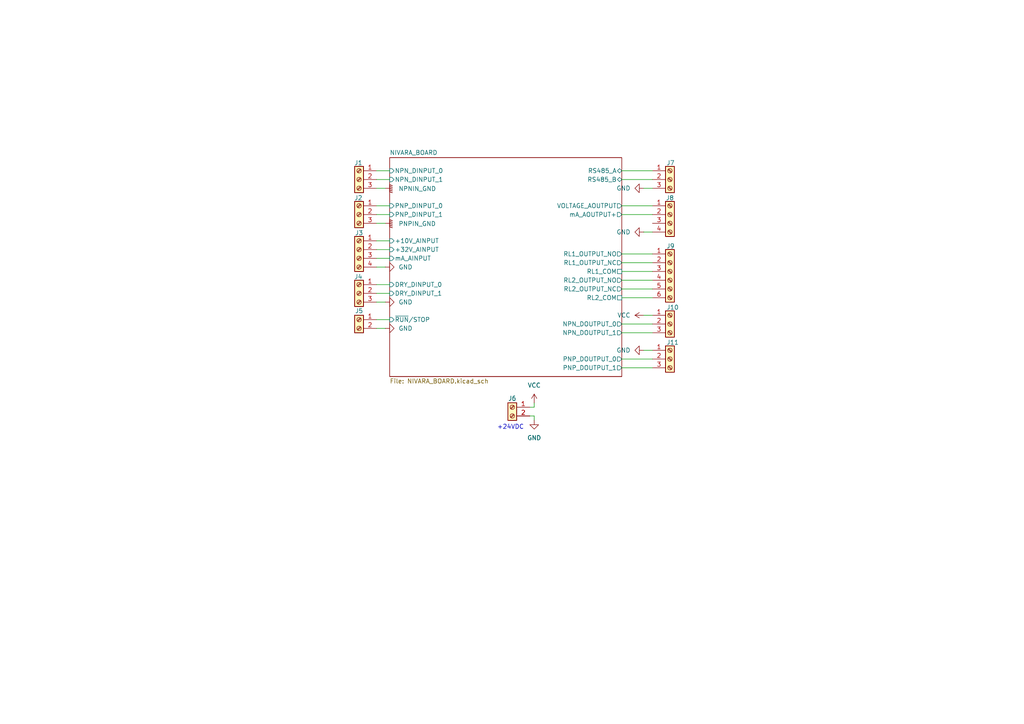
<source format=kicad_sch>
(kicad_sch
	(version 20250114)
	(generator "eeschema")
	(generator_version "9.0")
	(uuid "8290cc18-06d0-4e02-a781-29a61ebc321a")
	(paper "A4")
	(lib_symbols
		(symbol "Connector:Screw_Terminal_01x02"
			(pin_names
				(offset 1.016)
				(hide yes)
			)
			(exclude_from_sim no)
			(in_bom yes)
			(on_board yes)
			(property "Reference" "J"
				(at 0 2.54 0)
				(effects
					(font
						(size 1.27 1.27)
					)
				)
			)
			(property "Value" "Screw_Terminal_01x02"
				(at 0 -5.08 0)
				(effects
					(font
						(size 1.27 1.27)
					)
				)
			)
			(property "Footprint" ""
				(at 0 0 0)
				(effects
					(font
						(size 1.27 1.27)
					)
					(hide yes)
				)
			)
			(property "Datasheet" "~"
				(at 0 0 0)
				(effects
					(font
						(size 1.27 1.27)
					)
					(hide yes)
				)
			)
			(property "Description" "Generic screw terminal, single row, 01x02, script generated (kicad-library-utils/schlib/autogen/connector/)"
				(at 0 0 0)
				(effects
					(font
						(size 1.27 1.27)
					)
					(hide yes)
				)
			)
			(property "ki_keywords" "screw terminal"
				(at 0 0 0)
				(effects
					(font
						(size 1.27 1.27)
					)
					(hide yes)
				)
			)
			(property "ki_fp_filters" "TerminalBlock*:*"
				(at 0 0 0)
				(effects
					(font
						(size 1.27 1.27)
					)
					(hide yes)
				)
			)
			(symbol "Screw_Terminal_01x02_1_1"
				(rectangle
					(start -1.27 1.27)
					(end 1.27 -3.81)
					(stroke
						(width 0.254)
						(type default)
					)
					(fill
						(type background)
					)
				)
				(polyline
					(pts
						(xy -0.5334 0.3302) (xy 0.3302 -0.508)
					)
					(stroke
						(width 0.1524)
						(type default)
					)
					(fill
						(type none)
					)
				)
				(polyline
					(pts
						(xy -0.5334 -2.2098) (xy 0.3302 -3.048)
					)
					(stroke
						(width 0.1524)
						(type default)
					)
					(fill
						(type none)
					)
				)
				(polyline
					(pts
						(xy -0.3556 0.508) (xy 0.508 -0.3302)
					)
					(stroke
						(width 0.1524)
						(type default)
					)
					(fill
						(type none)
					)
				)
				(polyline
					(pts
						(xy -0.3556 -2.032) (xy 0.508 -2.8702)
					)
					(stroke
						(width 0.1524)
						(type default)
					)
					(fill
						(type none)
					)
				)
				(circle
					(center 0 0)
					(radius 0.635)
					(stroke
						(width 0.1524)
						(type default)
					)
					(fill
						(type none)
					)
				)
				(circle
					(center 0 -2.54)
					(radius 0.635)
					(stroke
						(width 0.1524)
						(type default)
					)
					(fill
						(type none)
					)
				)
				(pin passive line
					(at -5.08 0 0)
					(length 3.81)
					(name "Pin_1"
						(effects
							(font
								(size 1.27 1.27)
							)
						)
					)
					(number "1"
						(effects
							(font
								(size 1.27 1.27)
							)
						)
					)
				)
				(pin passive line
					(at -5.08 -2.54 0)
					(length 3.81)
					(name "Pin_2"
						(effects
							(font
								(size 1.27 1.27)
							)
						)
					)
					(number "2"
						(effects
							(font
								(size 1.27 1.27)
							)
						)
					)
				)
			)
			(embedded_fonts no)
		)
		(symbol "Connector:Screw_Terminal_01x03"
			(pin_names
				(offset 1.016)
				(hide yes)
			)
			(exclude_from_sim no)
			(in_bom yes)
			(on_board yes)
			(property "Reference" "J"
				(at 0 5.08 0)
				(effects
					(font
						(size 1.27 1.27)
					)
				)
			)
			(property "Value" "Screw_Terminal_01x03"
				(at 0 -5.08 0)
				(effects
					(font
						(size 1.27 1.27)
					)
				)
			)
			(property "Footprint" ""
				(at 0 0 0)
				(effects
					(font
						(size 1.27 1.27)
					)
					(hide yes)
				)
			)
			(property "Datasheet" "~"
				(at 0 0 0)
				(effects
					(font
						(size 1.27 1.27)
					)
					(hide yes)
				)
			)
			(property "Description" "Generic screw terminal, single row, 01x03, script generated (kicad-library-utils/schlib/autogen/connector/)"
				(at 0 0 0)
				(effects
					(font
						(size 1.27 1.27)
					)
					(hide yes)
				)
			)
			(property "ki_keywords" "screw terminal"
				(at 0 0 0)
				(effects
					(font
						(size 1.27 1.27)
					)
					(hide yes)
				)
			)
			(property "ki_fp_filters" "TerminalBlock*:*"
				(at 0 0 0)
				(effects
					(font
						(size 1.27 1.27)
					)
					(hide yes)
				)
			)
			(symbol "Screw_Terminal_01x03_1_1"
				(rectangle
					(start -1.27 3.81)
					(end 1.27 -3.81)
					(stroke
						(width 0.254)
						(type default)
					)
					(fill
						(type background)
					)
				)
				(polyline
					(pts
						(xy -0.5334 2.8702) (xy 0.3302 2.032)
					)
					(stroke
						(width 0.1524)
						(type default)
					)
					(fill
						(type none)
					)
				)
				(polyline
					(pts
						(xy -0.5334 0.3302) (xy 0.3302 -0.508)
					)
					(stroke
						(width 0.1524)
						(type default)
					)
					(fill
						(type none)
					)
				)
				(polyline
					(pts
						(xy -0.5334 -2.2098) (xy 0.3302 -3.048)
					)
					(stroke
						(width 0.1524)
						(type default)
					)
					(fill
						(type none)
					)
				)
				(polyline
					(pts
						(xy -0.3556 3.048) (xy 0.508 2.2098)
					)
					(stroke
						(width 0.1524)
						(type default)
					)
					(fill
						(type none)
					)
				)
				(polyline
					(pts
						(xy -0.3556 0.508) (xy 0.508 -0.3302)
					)
					(stroke
						(width 0.1524)
						(type default)
					)
					(fill
						(type none)
					)
				)
				(polyline
					(pts
						(xy -0.3556 -2.032) (xy 0.508 -2.8702)
					)
					(stroke
						(width 0.1524)
						(type default)
					)
					(fill
						(type none)
					)
				)
				(circle
					(center 0 2.54)
					(radius 0.635)
					(stroke
						(width 0.1524)
						(type default)
					)
					(fill
						(type none)
					)
				)
				(circle
					(center 0 0)
					(radius 0.635)
					(stroke
						(width 0.1524)
						(type default)
					)
					(fill
						(type none)
					)
				)
				(circle
					(center 0 -2.54)
					(radius 0.635)
					(stroke
						(width 0.1524)
						(type default)
					)
					(fill
						(type none)
					)
				)
				(pin passive line
					(at -5.08 2.54 0)
					(length 3.81)
					(name "Pin_1"
						(effects
							(font
								(size 1.27 1.27)
							)
						)
					)
					(number "1"
						(effects
							(font
								(size 1.27 1.27)
							)
						)
					)
				)
				(pin passive line
					(at -5.08 0 0)
					(length 3.81)
					(name "Pin_2"
						(effects
							(font
								(size 1.27 1.27)
							)
						)
					)
					(number "2"
						(effects
							(font
								(size 1.27 1.27)
							)
						)
					)
				)
				(pin passive line
					(at -5.08 -2.54 0)
					(length 3.81)
					(name "Pin_3"
						(effects
							(font
								(size 1.27 1.27)
							)
						)
					)
					(number "3"
						(effects
							(font
								(size 1.27 1.27)
							)
						)
					)
				)
			)
			(embedded_fonts no)
		)
		(symbol "Connector:Screw_Terminal_01x04"
			(pin_names
				(offset 1.016)
				(hide yes)
			)
			(exclude_from_sim no)
			(in_bom yes)
			(on_board yes)
			(property "Reference" "J"
				(at 0 5.08 0)
				(effects
					(font
						(size 1.27 1.27)
					)
				)
			)
			(property "Value" "Screw_Terminal_01x04"
				(at 0 -7.62 0)
				(effects
					(font
						(size 1.27 1.27)
					)
				)
			)
			(property "Footprint" ""
				(at 0 0 0)
				(effects
					(font
						(size 1.27 1.27)
					)
					(hide yes)
				)
			)
			(property "Datasheet" "~"
				(at 0 0 0)
				(effects
					(font
						(size 1.27 1.27)
					)
					(hide yes)
				)
			)
			(property "Description" "Generic screw terminal, single row, 01x04, script generated (kicad-library-utils/schlib/autogen/connector/)"
				(at 0 0 0)
				(effects
					(font
						(size 1.27 1.27)
					)
					(hide yes)
				)
			)
			(property "ki_keywords" "screw terminal"
				(at 0 0 0)
				(effects
					(font
						(size 1.27 1.27)
					)
					(hide yes)
				)
			)
			(property "ki_fp_filters" "TerminalBlock*:*"
				(at 0 0 0)
				(effects
					(font
						(size 1.27 1.27)
					)
					(hide yes)
				)
			)
			(symbol "Screw_Terminal_01x04_1_1"
				(rectangle
					(start -1.27 3.81)
					(end 1.27 -6.35)
					(stroke
						(width 0.254)
						(type default)
					)
					(fill
						(type background)
					)
				)
				(polyline
					(pts
						(xy -0.5334 2.8702) (xy 0.3302 2.032)
					)
					(stroke
						(width 0.1524)
						(type default)
					)
					(fill
						(type none)
					)
				)
				(polyline
					(pts
						(xy -0.5334 0.3302) (xy 0.3302 -0.508)
					)
					(stroke
						(width 0.1524)
						(type default)
					)
					(fill
						(type none)
					)
				)
				(polyline
					(pts
						(xy -0.5334 -2.2098) (xy 0.3302 -3.048)
					)
					(stroke
						(width 0.1524)
						(type default)
					)
					(fill
						(type none)
					)
				)
				(polyline
					(pts
						(xy -0.5334 -4.7498) (xy 0.3302 -5.588)
					)
					(stroke
						(width 0.1524)
						(type default)
					)
					(fill
						(type none)
					)
				)
				(polyline
					(pts
						(xy -0.3556 3.048) (xy 0.508 2.2098)
					)
					(stroke
						(width 0.1524)
						(type default)
					)
					(fill
						(type none)
					)
				)
				(polyline
					(pts
						(xy -0.3556 0.508) (xy 0.508 -0.3302)
					)
					(stroke
						(width 0.1524)
						(type default)
					)
					(fill
						(type none)
					)
				)
				(polyline
					(pts
						(xy -0.3556 -2.032) (xy 0.508 -2.8702)
					)
					(stroke
						(width 0.1524)
						(type default)
					)
					(fill
						(type none)
					)
				)
				(polyline
					(pts
						(xy -0.3556 -4.572) (xy 0.508 -5.4102)
					)
					(stroke
						(width 0.1524)
						(type default)
					)
					(fill
						(type none)
					)
				)
				(circle
					(center 0 2.54)
					(radius 0.635)
					(stroke
						(width 0.1524)
						(type default)
					)
					(fill
						(type none)
					)
				)
				(circle
					(center 0 0)
					(radius 0.635)
					(stroke
						(width 0.1524)
						(type default)
					)
					(fill
						(type none)
					)
				)
				(circle
					(center 0 -2.54)
					(radius 0.635)
					(stroke
						(width 0.1524)
						(type default)
					)
					(fill
						(type none)
					)
				)
				(circle
					(center 0 -5.08)
					(radius 0.635)
					(stroke
						(width 0.1524)
						(type default)
					)
					(fill
						(type none)
					)
				)
				(pin passive line
					(at -5.08 2.54 0)
					(length 3.81)
					(name "Pin_1"
						(effects
							(font
								(size 1.27 1.27)
							)
						)
					)
					(number "1"
						(effects
							(font
								(size 1.27 1.27)
							)
						)
					)
				)
				(pin passive line
					(at -5.08 0 0)
					(length 3.81)
					(name "Pin_2"
						(effects
							(font
								(size 1.27 1.27)
							)
						)
					)
					(number "2"
						(effects
							(font
								(size 1.27 1.27)
							)
						)
					)
				)
				(pin passive line
					(at -5.08 -2.54 0)
					(length 3.81)
					(name "Pin_3"
						(effects
							(font
								(size 1.27 1.27)
							)
						)
					)
					(number "3"
						(effects
							(font
								(size 1.27 1.27)
							)
						)
					)
				)
				(pin passive line
					(at -5.08 -5.08 0)
					(length 3.81)
					(name "Pin_4"
						(effects
							(font
								(size 1.27 1.27)
							)
						)
					)
					(number "4"
						(effects
							(font
								(size 1.27 1.27)
							)
						)
					)
				)
			)
			(embedded_fonts no)
		)
		(symbol "Connector:Screw_Terminal_01x06"
			(pin_names
				(offset 1.016)
				(hide yes)
			)
			(exclude_from_sim no)
			(in_bom yes)
			(on_board yes)
			(property "Reference" "J"
				(at 0 7.62 0)
				(effects
					(font
						(size 1.27 1.27)
					)
				)
			)
			(property "Value" "Screw_Terminal_01x06"
				(at 0 -10.16 0)
				(effects
					(font
						(size 1.27 1.27)
					)
				)
			)
			(property "Footprint" ""
				(at 0 0 0)
				(effects
					(font
						(size 1.27 1.27)
					)
					(hide yes)
				)
			)
			(property "Datasheet" "~"
				(at 0 0 0)
				(effects
					(font
						(size 1.27 1.27)
					)
					(hide yes)
				)
			)
			(property "Description" "Generic screw terminal, single row, 01x06, script generated (kicad-library-utils/schlib/autogen/connector/)"
				(at 0 0 0)
				(effects
					(font
						(size 1.27 1.27)
					)
					(hide yes)
				)
			)
			(property "ki_keywords" "screw terminal"
				(at 0 0 0)
				(effects
					(font
						(size 1.27 1.27)
					)
					(hide yes)
				)
			)
			(property "ki_fp_filters" "TerminalBlock*:*"
				(at 0 0 0)
				(effects
					(font
						(size 1.27 1.27)
					)
					(hide yes)
				)
			)
			(symbol "Screw_Terminal_01x06_1_1"
				(rectangle
					(start -1.27 6.35)
					(end 1.27 -8.89)
					(stroke
						(width 0.254)
						(type default)
					)
					(fill
						(type background)
					)
				)
				(polyline
					(pts
						(xy -0.5334 5.4102) (xy 0.3302 4.572)
					)
					(stroke
						(width 0.1524)
						(type default)
					)
					(fill
						(type none)
					)
				)
				(polyline
					(pts
						(xy -0.5334 2.8702) (xy 0.3302 2.032)
					)
					(stroke
						(width 0.1524)
						(type default)
					)
					(fill
						(type none)
					)
				)
				(polyline
					(pts
						(xy -0.5334 0.3302) (xy 0.3302 -0.508)
					)
					(stroke
						(width 0.1524)
						(type default)
					)
					(fill
						(type none)
					)
				)
				(polyline
					(pts
						(xy -0.5334 -2.2098) (xy 0.3302 -3.048)
					)
					(stroke
						(width 0.1524)
						(type default)
					)
					(fill
						(type none)
					)
				)
				(polyline
					(pts
						(xy -0.5334 -4.7498) (xy 0.3302 -5.588)
					)
					(stroke
						(width 0.1524)
						(type default)
					)
					(fill
						(type none)
					)
				)
				(polyline
					(pts
						(xy -0.5334 -7.2898) (xy 0.3302 -8.128)
					)
					(stroke
						(width 0.1524)
						(type default)
					)
					(fill
						(type none)
					)
				)
				(polyline
					(pts
						(xy -0.3556 5.588) (xy 0.508 4.7498)
					)
					(stroke
						(width 0.1524)
						(type default)
					)
					(fill
						(type none)
					)
				)
				(polyline
					(pts
						(xy -0.3556 3.048) (xy 0.508 2.2098)
					)
					(stroke
						(width 0.1524)
						(type default)
					)
					(fill
						(type none)
					)
				)
				(polyline
					(pts
						(xy -0.3556 0.508) (xy 0.508 -0.3302)
					)
					(stroke
						(width 0.1524)
						(type default)
					)
					(fill
						(type none)
					)
				)
				(polyline
					(pts
						(xy -0.3556 -2.032) (xy 0.508 -2.8702)
					)
					(stroke
						(width 0.1524)
						(type default)
					)
					(fill
						(type none)
					)
				)
				(polyline
					(pts
						(xy -0.3556 -4.572) (xy 0.508 -5.4102)
					)
					(stroke
						(width 0.1524)
						(type default)
					)
					(fill
						(type none)
					)
				)
				(polyline
					(pts
						(xy -0.3556 -7.112) (xy 0.508 -7.9502)
					)
					(stroke
						(width 0.1524)
						(type default)
					)
					(fill
						(type none)
					)
				)
				(circle
					(center 0 5.08)
					(radius 0.635)
					(stroke
						(width 0.1524)
						(type default)
					)
					(fill
						(type none)
					)
				)
				(circle
					(center 0 2.54)
					(radius 0.635)
					(stroke
						(width 0.1524)
						(type default)
					)
					(fill
						(type none)
					)
				)
				(circle
					(center 0 0)
					(radius 0.635)
					(stroke
						(width 0.1524)
						(type default)
					)
					(fill
						(type none)
					)
				)
				(circle
					(center 0 -2.54)
					(radius 0.635)
					(stroke
						(width 0.1524)
						(type default)
					)
					(fill
						(type none)
					)
				)
				(circle
					(center 0 -5.08)
					(radius 0.635)
					(stroke
						(width 0.1524)
						(type default)
					)
					(fill
						(type none)
					)
				)
				(circle
					(center 0 -7.62)
					(radius 0.635)
					(stroke
						(width 0.1524)
						(type default)
					)
					(fill
						(type none)
					)
				)
				(pin passive line
					(at -5.08 5.08 0)
					(length 3.81)
					(name "Pin_1"
						(effects
							(font
								(size 1.27 1.27)
							)
						)
					)
					(number "1"
						(effects
							(font
								(size 1.27 1.27)
							)
						)
					)
				)
				(pin passive line
					(at -5.08 2.54 0)
					(length 3.81)
					(name "Pin_2"
						(effects
							(font
								(size 1.27 1.27)
							)
						)
					)
					(number "2"
						(effects
							(font
								(size 1.27 1.27)
							)
						)
					)
				)
				(pin passive line
					(at -5.08 0 0)
					(length 3.81)
					(name "Pin_3"
						(effects
							(font
								(size 1.27 1.27)
							)
						)
					)
					(number "3"
						(effects
							(font
								(size 1.27 1.27)
							)
						)
					)
				)
				(pin passive line
					(at -5.08 -2.54 0)
					(length 3.81)
					(name "Pin_4"
						(effects
							(font
								(size 1.27 1.27)
							)
						)
					)
					(number "4"
						(effects
							(font
								(size 1.27 1.27)
							)
						)
					)
				)
				(pin passive line
					(at -5.08 -5.08 0)
					(length 3.81)
					(name "Pin_5"
						(effects
							(font
								(size 1.27 1.27)
							)
						)
					)
					(number "5"
						(effects
							(font
								(size 1.27 1.27)
							)
						)
					)
				)
				(pin passive line
					(at -5.08 -7.62 0)
					(length 3.81)
					(name "Pin_6"
						(effects
							(font
								(size 1.27 1.27)
							)
						)
					)
					(number "6"
						(effects
							(font
								(size 1.27 1.27)
							)
						)
					)
				)
			)
			(embedded_fonts no)
		)
		(symbol "power:GND"
			(power)
			(pin_numbers
				(hide yes)
			)
			(pin_names
				(offset 0)
				(hide yes)
			)
			(exclude_from_sim no)
			(in_bom yes)
			(on_board yes)
			(property "Reference" "#PWR"
				(at 0 -6.35 0)
				(effects
					(font
						(size 1.27 1.27)
					)
					(hide yes)
				)
			)
			(property "Value" "GND"
				(at 0 -3.81 0)
				(effects
					(font
						(size 1.27 1.27)
					)
				)
			)
			(property "Footprint" ""
				(at 0 0 0)
				(effects
					(font
						(size 1.27 1.27)
					)
					(hide yes)
				)
			)
			(property "Datasheet" ""
				(at 0 0 0)
				(effects
					(font
						(size 1.27 1.27)
					)
					(hide yes)
				)
			)
			(property "Description" "Power symbol creates a global label with name \"GND\" , ground"
				(at 0 0 0)
				(effects
					(font
						(size 1.27 1.27)
					)
					(hide yes)
				)
			)
			(property "ki_keywords" "global power"
				(at 0 0 0)
				(effects
					(font
						(size 1.27 1.27)
					)
					(hide yes)
				)
			)
			(symbol "GND_0_1"
				(polyline
					(pts
						(xy 0 0) (xy 0 -1.27) (xy 1.27 -1.27) (xy 0 -2.54) (xy -1.27 -1.27) (xy 0 -1.27)
					)
					(stroke
						(width 0)
						(type default)
					)
					(fill
						(type none)
					)
				)
			)
			(symbol "GND_1_1"
				(pin power_in line
					(at 0 0 270)
					(length 0)
					(name "~"
						(effects
							(font
								(size 1.27 1.27)
							)
						)
					)
					(number "1"
						(effects
							(font
								(size 1.27 1.27)
							)
						)
					)
				)
			)
			(embedded_fonts no)
		)
		(symbol "power:GNDPWR"
			(power)
			(pin_numbers
				(hide yes)
			)
			(pin_names
				(offset 0)
				(hide yes)
			)
			(exclude_from_sim no)
			(in_bom yes)
			(on_board yes)
			(property "Reference" "#PWR"
				(at 0 -5.08 0)
				(effects
					(font
						(size 1.27 1.27)
					)
					(hide yes)
				)
			)
			(property "Value" "GNDPWR"
				(at 0 -3.302 0)
				(effects
					(font
						(size 1.27 1.27)
					)
				)
			)
			(property "Footprint" ""
				(at 0 -1.27 0)
				(effects
					(font
						(size 1.27 1.27)
					)
					(hide yes)
				)
			)
			(property "Datasheet" ""
				(at 0 -1.27 0)
				(effects
					(font
						(size 1.27 1.27)
					)
					(hide yes)
				)
			)
			(property "Description" "Power symbol creates a global label with name \"GNDPWR\" , global ground"
				(at 0 0 0)
				(effects
					(font
						(size 1.27 1.27)
					)
					(hide yes)
				)
			)
			(property "ki_keywords" "global ground"
				(at 0 0 0)
				(effects
					(font
						(size 1.27 1.27)
					)
					(hide yes)
				)
			)
			(symbol "GNDPWR_0_1"
				(polyline
					(pts
						(xy -1.016 -1.27) (xy -1.27 -2.032) (xy -1.27 -2.032)
					)
					(stroke
						(width 0.2032)
						(type default)
					)
					(fill
						(type none)
					)
				)
				(polyline
					(pts
						(xy -0.508 -1.27) (xy -0.762 -2.032) (xy -0.762 -2.032)
					)
					(stroke
						(width 0.2032)
						(type default)
					)
					(fill
						(type none)
					)
				)
				(polyline
					(pts
						(xy 0 -1.27) (xy 0 0)
					)
					(stroke
						(width 0)
						(type default)
					)
					(fill
						(type none)
					)
				)
				(polyline
					(pts
						(xy 0 -1.27) (xy -0.254 -2.032) (xy -0.254 -2.032)
					)
					(stroke
						(width 0.2032)
						(type default)
					)
					(fill
						(type none)
					)
				)
				(polyline
					(pts
						(xy 0.508 -1.27) (xy 0.254 -2.032) (xy 0.254 -2.032)
					)
					(stroke
						(width 0.2032)
						(type default)
					)
					(fill
						(type none)
					)
				)
				(polyline
					(pts
						(xy 1.016 -1.27) (xy -1.016 -1.27) (xy -1.016 -1.27)
					)
					(stroke
						(width 0.2032)
						(type default)
					)
					(fill
						(type none)
					)
				)
				(polyline
					(pts
						(xy 1.016 -1.27) (xy 0.762 -2.032) (xy 0.762 -2.032) (xy 0.762 -2.032)
					)
					(stroke
						(width 0.2032)
						(type default)
					)
					(fill
						(type none)
					)
				)
			)
			(symbol "GNDPWR_1_1"
				(pin power_in line
					(at 0 0 270)
					(length 0)
					(name "~"
						(effects
							(font
								(size 1.27 1.27)
							)
						)
					)
					(number "1"
						(effects
							(font
								(size 1.27 1.27)
							)
						)
					)
				)
			)
			(embedded_fonts no)
		)
		(symbol "power:VCC"
			(power)
			(pin_numbers
				(hide yes)
			)
			(pin_names
				(offset 0)
				(hide yes)
			)
			(exclude_from_sim no)
			(in_bom yes)
			(on_board yes)
			(property "Reference" "#PWR"
				(at 0 -3.81 0)
				(effects
					(font
						(size 1.27 1.27)
					)
					(hide yes)
				)
			)
			(property "Value" "VCC"
				(at 0 3.556 0)
				(effects
					(font
						(size 1.27 1.27)
					)
				)
			)
			(property "Footprint" ""
				(at 0 0 0)
				(effects
					(font
						(size 1.27 1.27)
					)
					(hide yes)
				)
			)
			(property "Datasheet" ""
				(at 0 0 0)
				(effects
					(font
						(size 1.27 1.27)
					)
					(hide yes)
				)
			)
			(property "Description" "Power symbol creates a global label with name \"VCC\""
				(at 0 0 0)
				(effects
					(font
						(size 1.27 1.27)
					)
					(hide yes)
				)
			)
			(property "ki_keywords" "global power"
				(at 0 0 0)
				(effects
					(font
						(size 1.27 1.27)
					)
					(hide yes)
				)
			)
			(symbol "VCC_0_1"
				(polyline
					(pts
						(xy -0.762 1.27) (xy 0 2.54)
					)
					(stroke
						(width 0)
						(type default)
					)
					(fill
						(type none)
					)
				)
				(polyline
					(pts
						(xy 0 2.54) (xy 0.762 1.27)
					)
					(stroke
						(width 0)
						(type default)
					)
					(fill
						(type none)
					)
				)
				(polyline
					(pts
						(xy 0 0) (xy 0 2.54)
					)
					(stroke
						(width 0)
						(type default)
					)
					(fill
						(type none)
					)
				)
			)
			(symbol "VCC_1_1"
				(pin power_in line
					(at 0 0 90)
					(length 0)
					(name "~"
						(effects
							(font
								(size 1.27 1.27)
							)
						)
					)
					(number "1"
						(effects
							(font
								(size 1.27 1.27)
							)
						)
					)
				)
			)
			(embedded_fonts no)
		)
	)
	(text "+24VDC\n"
		(exclude_from_sim no)
		(at 148.082 123.952 0)
		(effects
			(font
				(size 1.27 1.27)
			)
		)
		(uuid "5ebdd9fd-fc22-42c0-92ad-a52acfde492d")
	)
	(wire
		(pts
			(xy 109.22 54.61) (xy 111.76 54.61)
		)
		(stroke
			(width 0)
			(type default)
		)
		(uuid "10910ba0-47b9-4604-b87a-e9569d25ce8d")
	)
	(wire
		(pts
			(xy 109.22 64.77) (xy 111.76 64.77)
		)
		(stroke
			(width 0)
			(type default)
		)
		(uuid "1868de76-c9b1-4eb9-94bc-89e56b0027a5")
	)
	(wire
		(pts
			(xy 180.34 93.98) (xy 189.23 93.98)
		)
		(stroke
			(width 0)
			(type default)
		)
		(uuid "2175c94b-5098-4ba7-bf16-aefdc2dd210c")
	)
	(wire
		(pts
			(xy 180.34 73.66) (xy 189.23 73.66)
		)
		(stroke
			(width 0)
			(type default)
		)
		(uuid "295f0da3-06cc-479d-b848-0da8b6db71b9")
	)
	(wire
		(pts
			(xy 180.34 104.14) (xy 189.23 104.14)
		)
		(stroke
			(width 0)
			(type default)
		)
		(uuid "30a607a1-92fd-4a29-969a-16e621b414d6")
	)
	(wire
		(pts
			(xy 109.22 62.23) (xy 113.03 62.23)
		)
		(stroke
			(width 0)
			(type default)
		)
		(uuid "39fa4e1c-ff66-44c9-bc81-d2785d072871")
	)
	(wire
		(pts
			(xy 109.22 72.39) (xy 113.03 72.39)
		)
		(stroke
			(width 0)
			(type default)
		)
		(uuid "3ad9b961-6d07-4650-a2e1-1462b5199d27")
	)
	(wire
		(pts
			(xy 186.69 91.44) (xy 189.23 91.44)
		)
		(stroke
			(width 0)
			(type default)
		)
		(uuid "3c9d1e47-ad0a-4f26-a02c-36d6f1e0749f")
	)
	(wire
		(pts
			(xy 180.34 81.28) (xy 189.23 81.28)
		)
		(stroke
			(width 0)
			(type default)
		)
		(uuid "47188c51-19da-42c7-b6f7-f7df4cd16f1b")
	)
	(wire
		(pts
			(xy 109.22 52.07) (xy 113.03 52.07)
		)
		(stroke
			(width 0)
			(type default)
		)
		(uuid "63967b44-d0e6-4985-84ff-7c6f89b42429")
	)
	(wire
		(pts
			(xy 180.34 62.23) (xy 189.23 62.23)
		)
		(stroke
			(width 0)
			(type default)
		)
		(uuid "68c9f81d-c3ab-4dd7-90ea-47b7c15b8669")
	)
	(wire
		(pts
			(xy 180.34 49.53) (xy 189.23 49.53)
		)
		(stroke
			(width 0)
			(type default)
		)
		(uuid "748303d1-8168-4d22-8e94-637e8ef85735")
	)
	(wire
		(pts
			(xy 180.34 86.36) (xy 189.23 86.36)
		)
		(stroke
			(width 0)
			(type default)
		)
		(uuid "7944358a-f625-48f3-bd09-ea3de6d6da2a")
	)
	(wire
		(pts
			(xy 186.69 101.6) (xy 189.23 101.6)
		)
		(stroke
			(width 0)
			(type default)
		)
		(uuid "80952afb-54a6-4c5a-b8b8-6f5b7f6645cd")
	)
	(wire
		(pts
			(xy 109.22 85.09) (xy 113.03 85.09)
		)
		(stroke
			(width 0)
			(type default)
		)
		(uuid "817a1ad0-4508-4589-a408-de73394a67e3")
	)
	(wire
		(pts
			(xy 109.22 69.85) (xy 113.03 69.85)
		)
		(stroke
			(width 0)
			(type default)
		)
		(uuid "867b1b4f-70e0-45be-8214-081b011da3ae")
	)
	(wire
		(pts
			(xy 186.69 54.61) (xy 189.23 54.61)
		)
		(stroke
			(width 0)
			(type default)
		)
		(uuid "8b14870a-49a5-4569-b018-ff054bf80c66")
	)
	(wire
		(pts
			(xy 109.22 74.93) (xy 113.03 74.93)
		)
		(stroke
			(width 0)
			(type default)
		)
		(uuid "914a522a-5601-4d28-9250-b07df7a5ba1b")
	)
	(wire
		(pts
			(xy 109.22 59.69) (xy 113.03 59.69)
		)
		(stroke
			(width 0)
			(type default)
		)
		(uuid "971957dd-727a-461b-bb92-f7fc2ac3e490")
	)
	(wire
		(pts
			(xy 180.34 76.2) (xy 189.23 76.2)
		)
		(stroke
			(width 0)
			(type default)
		)
		(uuid "9ab9f7c9-9231-42e3-aba0-9ab6c8c9fb04")
	)
	(wire
		(pts
			(xy 154.94 118.11) (xy 154.94 116.84)
		)
		(stroke
			(width 0)
			(type default)
		)
		(uuid "9e6e3a47-64f1-45d8-9563-79890ec494af")
	)
	(wire
		(pts
			(xy 109.22 95.25) (xy 111.76 95.25)
		)
		(stroke
			(width 0)
			(type default)
		)
		(uuid "ac6626c6-b388-4b59-8744-0f078568f3eb")
	)
	(wire
		(pts
			(xy 109.22 87.63) (xy 111.76 87.63)
		)
		(stroke
			(width 0)
			(type default)
		)
		(uuid "af22f126-c9b5-4ae7-a53d-86e1e1af825f")
	)
	(wire
		(pts
			(xy 153.67 118.11) (xy 154.94 118.11)
		)
		(stroke
			(width 0)
			(type default)
		)
		(uuid "af3e0336-8565-4793-aea7-3e95a52aa0b5")
	)
	(wire
		(pts
			(xy 180.34 59.69) (xy 189.23 59.69)
		)
		(stroke
			(width 0)
			(type default)
		)
		(uuid "b0d2d129-2864-485a-8f34-c77b07934a0f")
	)
	(wire
		(pts
			(xy 180.34 52.07) (xy 189.23 52.07)
		)
		(stroke
			(width 0)
			(type default)
		)
		(uuid "d3104bdc-6eac-4776-8d03-c5dd3e7f47d6")
	)
	(wire
		(pts
			(xy 180.34 78.74) (xy 189.23 78.74)
		)
		(stroke
			(width 0)
			(type default)
		)
		(uuid "dab8a0d6-4987-4aa5-bbea-e4bba3dfd1ac")
	)
	(wire
		(pts
			(xy 109.22 82.55) (xy 113.03 82.55)
		)
		(stroke
			(width 0)
			(type default)
		)
		(uuid "e09d4447-189c-4908-b0c5-f53f97bc4b3d")
	)
	(wire
		(pts
			(xy 186.69 67.31) (xy 189.23 67.31)
		)
		(stroke
			(width 0)
			(type default)
		)
		(uuid "e2eebae6-d333-40e6-88f8-2ae6c5492b30")
	)
	(wire
		(pts
			(xy 180.34 83.82) (xy 189.23 83.82)
		)
		(stroke
			(width 0)
			(type default)
		)
		(uuid "e3b24c87-4175-4191-8746-68ec0edbec4a")
	)
	(wire
		(pts
			(xy 153.67 120.65) (xy 154.94 120.65)
		)
		(stroke
			(width 0)
			(type default)
		)
		(uuid "e4838255-4d05-49f1-a59b-5358019ec3ea")
	)
	(wire
		(pts
			(xy 109.22 92.71) (xy 113.03 92.71)
		)
		(stroke
			(width 0)
			(type default)
		)
		(uuid "e7c454e1-6cb5-4920-a00d-466c69723cfe")
	)
	(wire
		(pts
			(xy 109.22 77.47) (xy 111.76 77.47)
		)
		(stroke
			(width 0)
			(type default)
		)
		(uuid "ec0e7fb0-aa8f-4a0d-ab8e-bee509cbb9e7")
	)
	(wire
		(pts
			(xy 180.34 96.52) (xy 189.23 96.52)
		)
		(stroke
			(width 0)
			(type default)
		)
		(uuid "ec700187-3bb2-4ad0-bf11-09c78615ae37")
	)
	(wire
		(pts
			(xy 154.94 120.65) (xy 154.94 121.92)
		)
		(stroke
			(width 0)
			(type default)
		)
		(uuid "f38181ec-ed3a-4dca-b128-5d4cae0e9e8c")
	)
	(wire
		(pts
			(xy 180.34 106.68) (xy 189.23 106.68)
		)
		(stroke
			(width 0)
			(type default)
		)
		(uuid "f3eb829c-9bc3-4fb2-b4b1-1ac9d66880da")
	)
	(wire
		(pts
			(xy 109.22 49.53) (xy 113.03 49.53)
		)
		(stroke
			(width 0)
			(type default)
		)
		(uuid "fb6c3526-2b47-494b-aa34-ddc2d69f4855")
	)
	(symbol
		(lib_id "power:VCC")
		(at 154.94 116.84 0)
		(unit 1)
		(exclude_from_sim no)
		(in_bom yes)
		(on_board yes)
		(dnp no)
		(fields_autoplaced yes)
		(uuid "1e53e5bd-56a3-4d24-97fb-11a08909ca79")
		(property "Reference" "#PWR06"
			(at 154.94 120.65 0)
			(effects
				(font
					(size 1.27 1.27)
				)
				(hide yes)
			)
		)
		(property "Value" "VCC"
			(at 154.94 111.76 0)
			(effects
				(font
					(size 1.27 1.27)
				)
			)
		)
		(property "Footprint" ""
			(at 154.94 116.84 0)
			(effects
				(font
					(size 1.27 1.27)
				)
				(hide yes)
			)
		)
		(property "Datasheet" ""
			(at 154.94 116.84 0)
			(effects
				(font
					(size 1.27 1.27)
				)
				(hide yes)
			)
		)
		(property "Description" "Power symbol creates a global label with name \"VCC\""
			(at 154.94 116.84 0)
			(effects
				(font
					(size 1.27 1.27)
				)
				(hide yes)
			)
		)
		(pin "1"
			(uuid "e4492db2-ae95-46b0-9932-e9d8917c94cb")
		)
		(instances
			(project ""
				(path "/8290cc18-06d0-4e02-a781-29a61ebc321a"
					(reference "#PWR06")
					(unit 1)
				)
			)
		)
	)
	(symbol
		(lib_id "power:GND")
		(at 186.69 67.31 270)
		(unit 1)
		(exclude_from_sim no)
		(in_bom yes)
		(on_board yes)
		(dnp no)
		(fields_autoplaced yes)
		(uuid "2456bf3a-0e0b-4bcd-b197-696d38d5f7d6")
		(property "Reference" "#PWR09"
			(at 180.34 67.31 0)
			(effects
				(font
					(size 1.27 1.27)
				)
				(hide yes)
			)
		)
		(property "Value" "GND"
			(at 182.88 67.3099 90)
			(effects
				(font
					(size 1.27 1.27)
				)
				(justify right)
			)
		)
		(property "Footprint" ""
			(at 186.69 67.31 0)
			(effects
				(font
					(size 1.27 1.27)
				)
				(hide yes)
			)
		)
		(property "Datasheet" ""
			(at 186.69 67.31 0)
			(effects
				(font
					(size 1.27 1.27)
				)
				(hide yes)
			)
		)
		(property "Description" "Power symbol creates a global label with name \"GND\" , ground"
			(at 186.69 67.31 0)
			(effects
				(font
					(size 1.27 1.27)
				)
				(hide yes)
			)
		)
		(pin "1"
			(uuid "c31accbf-8a00-4fd2-a8ae-899e4e6d4770")
		)
		(instances
			(project "NIVARA"
				(path "/8290cc18-06d0-4e02-a781-29a61ebc321a"
					(reference "#PWR09")
					(unit 1)
				)
			)
		)
	)
	(symbol
		(lib_id "power:GND")
		(at 111.76 87.63 90)
		(unit 1)
		(exclude_from_sim no)
		(in_bom yes)
		(on_board yes)
		(dnp no)
		(fields_autoplaced yes)
		(uuid "49ae1290-d441-4781-812e-02c9d55b12d3")
		(property "Reference" "#PWR04"
			(at 118.11 87.63 0)
			(effects
				(font
					(size 1.27 1.27)
				)
				(hide yes)
			)
		)
		(property "Value" "GND"
			(at 115.57 87.6299 90)
			(effects
				(font
					(size 1.27 1.27)
				)
				(justify right)
			)
		)
		(property "Footprint" ""
			(at 111.76 87.63 0)
			(effects
				(font
					(size 1.27 1.27)
				)
				(hide yes)
			)
		)
		(property "Datasheet" ""
			(at 111.76 87.63 0)
			(effects
				(font
					(size 1.27 1.27)
				)
				(hide yes)
			)
		)
		(property "Description" "Power symbol creates a global label with name \"GND\" , ground"
			(at 111.76 87.63 0)
			(effects
				(font
					(size 1.27 1.27)
				)
				(hide yes)
			)
		)
		(pin "1"
			(uuid "44ff0d0e-f6bd-4ef7-b29b-af445c521b07")
		)
		(instances
			(project "NIVARA"
				(path "/8290cc18-06d0-4e02-a781-29a61ebc321a"
					(reference "#PWR04")
					(unit 1)
				)
			)
		)
	)
	(symbol
		(lib_id "Connector:Screw_Terminal_01x04")
		(at 194.31 62.23 0)
		(unit 1)
		(exclude_from_sim no)
		(in_bom yes)
		(on_board yes)
		(dnp no)
		(uuid "4e39cab3-8e45-42b5-b750-0fd659452d2a")
		(property "Reference" "J8"
			(at 194.31 57.404 0)
			(effects
				(font
					(size 1.27 1.27)
				)
			)
		)
		(property "Value" "Screw_Terminal_01x04"
			(at 194.31 55.88 0)
			(effects
				(font
					(size 1.27 1.27)
				)
				(hide yes)
			)
		)
		(property "Footprint" "TerminalBlock_Phoenix:TerminalBlock_Phoenix_MKDS-1,5-4_1x04_P5.00mm_Horizontal"
			(at 194.31 62.23 0)
			(effects
				(font
					(size 1.27 1.27)
				)
				(hide yes)
			)
		)
		(property "Datasheet" "~"
			(at 194.31 62.23 0)
			(effects
				(font
					(size 1.27 1.27)
				)
				(hide yes)
			)
		)
		(property "Description" "Generic screw terminal, single row, 01x04, script generated (kicad-library-utils/schlib/autogen/connector/)"
			(at 194.31 62.23 0)
			(effects
				(font
					(size 1.27 1.27)
				)
				(hide yes)
			)
		)
		(pin "4"
			(uuid "2a2be40e-bb11-4948-b366-2e9badc28bb9")
		)
		(pin "2"
			(uuid "073ed034-b70e-4cfd-b579-3a7d8819799a")
		)
		(pin "1"
			(uuid "d5c2a25d-7a51-4a2d-8c6b-cc8c18aacfee")
		)
		(pin "3"
			(uuid "c7d1a22e-dbdd-4312-aad1-d7b7d49daf86")
		)
		(instances
			(project "NIVARA"
				(path "/8290cc18-06d0-4e02-a781-29a61ebc321a"
					(reference "J8")
					(unit 1)
				)
			)
		)
	)
	(symbol
		(lib_id "Connector:Screw_Terminal_01x03")
		(at 194.31 104.14 0)
		(unit 1)
		(exclude_from_sim no)
		(in_bom yes)
		(on_board yes)
		(dnp no)
		(uuid "4f1df735-16c2-424b-bdb9-4260a852edf2")
		(property "Reference" "J11"
			(at 193.294 99.314 0)
			(effects
				(font
					(size 1.27 1.27)
				)
				(justify left)
			)
		)
		(property "Value" "Screw_Terminal_01x03"
			(at 196.85 105.4099 0)
			(effects
				(font
					(size 1.27 1.27)
				)
				(justify left)
				(hide yes)
			)
		)
		(property "Footprint" "TerminalBlock_Phoenix:TerminalBlock_Phoenix_MKDS-1,5-3_1x03_P5.00mm_Horizontal"
			(at 194.31 104.14 0)
			(effects
				(font
					(size 1.27 1.27)
				)
				(hide yes)
			)
		)
		(property "Datasheet" "~"
			(at 194.31 104.14 0)
			(effects
				(font
					(size 1.27 1.27)
				)
				(hide yes)
			)
		)
		(property "Description" "Generic screw terminal, single row, 01x03, script generated (kicad-library-utils/schlib/autogen/connector/)"
			(at 194.31 104.14 0)
			(effects
				(font
					(size 1.27 1.27)
				)
				(hide yes)
			)
		)
		(pin "2"
			(uuid "1b3151c7-6613-4e12-8894-e823c17cb151")
		)
		(pin "1"
			(uuid "38a2b586-78cb-45f1-90f4-6f0446d5a9cf")
		)
		(pin "3"
			(uuid "d73bb8d4-1ec9-4d68-812d-ec00a9aa0a7c")
		)
		(instances
			(project "NIVARA"
				(path "/8290cc18-06d0-4e02-a781-29a61ebc321a"
					(reference "J11")
					(unit 1)
				)
			)
		)
	)
	(symbol
		(lib_id "Connector:Screw_Terminal_01x06")
		(at 194.31 78.74 0)
		(unit 1)
		(exclude_from_sim no)
		(in_bom yes)
		(on_board yes)
		(dnp no)
		(uuid "52b6dd90-d391-43df-a165-f2203c7f7801")
		(property "Reference" "J9"
			(at 193.294 71.374 0)
			(effects
				(font
					(size 1.27 1.27)
				)
				(justify left)
			)
		)
		(property "Value" "Screw_Terminal_01x06"
			(at 196.85 81.2799 0)
			(effects
				(font
					(size 1.27 1.27)
				)
				(justify left)
				(hide yes)
			)
		)
		(property "Footprint" "TerminalBlock_Phoenix:TerminalBlock_Phoenix_MKDS-1,5-6_1x06_P5.00mm_Horizontal"
			(at 194.31 78.74 0)
			(effects
				(font
					(size 1.27 1.27)
				)
				(hide yes)
			)
		)
		(property "Datasheet" "~"
			(at 194.31 78.74 0)
			(effects
				(font
					(size 1.27 1.27)
				)
				(hide yes)
			)
		)
		(property "Description" "Generic screw terminal, single row, 01x06, script generated (kicad-library-utils/schlib/autogen/connector/)"
			(at 194.31 78.74 0)
			(effects
				(font
					(size 1.27 1.27)
				)
				(hide yes)
			)
		)
		(pin "5"
			(uuid "1610c29f-c5ef-446e-85af-e0a0110a3881")
		)
		(pin "6"
			(uuid "f9491002-2900-4319-8b17-125a5c769f98")
		)
		(pin "1"
			(uuid "1055ab09-5992-4b65-8079-5b757e02639e")
		)
		(pin "2"
			(uuid "30997bb1-9735-4a58-92e4-5e62928263e3")
		)
		(pin "3"
			(uuid "bdf546da-f5b4-4352-8375-23c39e1d3af4")
		)
		(pin "4"
			(uuid "44ef8b34-0711-481f-b6c7-2732a3aa797b")
		)
		(instances
			(project ""
				(path "/8290cc18-06d0-4e02-a781-29a61ebc321a"
					(reference "J9")
					(unit 1)
				)
			)
		)
	)
	(symbol
		(lib_id "Connector:Screw_Terminal_01x02")
		(at 104.14 92.71 0)
		(mirror y)
		(unit 1)
		(exclude_from_sim no)
		(in_bom yes)
		(on_board yes)
		(dnp no)
		(uuid "574ebf57-d562-4a3b-af00-ed4227ad6dfc")
		(property "Reference" "J5"
			(at 104.14 90.17 0)
			(effects
				(font
					(size 1.27 1.27)
				)
			)
		)
		(property "Value" "Screw_Terminal_01x02"
			(at 104.14 88.9 0)
			(effects
				(font
					(size 1.27 1.27)
				)
				(hide yes)
			)
		)
		(property "Footprint" "TerminalBlock_Phoenix:TerminalBlock_Phoenix_MKDS-1,5-2_1x02_P5.00mm_Horizontal"
			(at 104.14 92.71 0)
			(effects
				(font
					(size 1.27 1.27)
				)
				(hide yes)
			)
		)
		(property "Datasheet" "~"
			(at 104.14 92.71 0)
			(effects
				(font
					(size 1.27 1.27)
				)
				(hide yes)
			)
		)
		(property "Description" "Generic screw terminal, single row, 01x02, script generated (kicad-library-utils/schlib/autogen/connector/)"
			(at 104.14 92.71 0)
			(effects
				(font
					(size 1.27 1.27)
				)
				(hide yes)
			)
		)
		(pin "2"
			(uuid "1e4b2b9f-4a85-450e-9778-3bc3bc4cce59")
		)
		(pin "1"
			(uuid "bb4db1d6-7125-4dc1-9f05-210efcd73553")
		)
		(instances
			(project "NIVARA"
				(path "/8290cc18-06d0-4e02-a781-29a61ebc321a"
					(reference "J5")
					(unit 1)
				)
			)
		)
	)
	(symbol
		(lib_id "power:GNDPWR")
		(at 111.76 54.61 90)
		(unit 1)
		(exclude_from_sim no)
		(in_bom yes)
		(on_board yes)
		(dnp no)
		(fields_autoplaced yes)
		(uuid "7a7bd987-3f00-4f14-b0ef-9d9c2540debb")
		(property "Reference" "#PWR01"
			(at 116.84 54.61 0)
			(effects
				(font
					(size 1.27 1.27)
				)
				(hide yes)
			)
		)
		(property "Value" "NPNIN_GND"
			(at 115.57 54.7369 90)
			(effects
				(font
					(size 1.27 1.27)
				)
				(justify right)
			)
		)
		(property "Footprint" ""
			(at 113.03 54.61 0)
			(effects
				(font
					(size 1.27 1.27)
				)
				(hide yes)
			)
		)
		(property "Datasheet" ""
			(at 113.03 54.61 0)
			(effects
				(font
					(size 1.27 1.27)
				)
				(hide yes)
			)
		)
		(property "Description" "Power symbol creates a global label with name \"GNDPWR\" , global ground"
			(at 111.76 54.61 0)
			(effects
				(font
					(size 1.27 1.27)
				)
				(hide yes)
			)
		)
		(pin "1"
			(uuid "f75087d8-369f-44ad-82ad-cb55707fd981")
		)
		(instances
			(project ""
				(path "/8290cc18-06d0-4e02-a781-29a61ebc321a"
					(reference "#PWR01")
					(unit 1)
				)
			)
		)
	)
	(symbol
		(lib_id "Connector:Screw_Terminal_01x03")
		(at 104.14 52.07 0)
		(mirror y)
		(unit 1)
		(exclude_from_sim no)
		(in_bom yes)
		(on_board yes)
		(dnp no)
		(uuid "86a3f6d5-3cfd-4fb7-b5cf-54dc0e44c537")
		(property "Reference" "J1"
			(at 105.156 47.244 0)
			(effects
				(font
					(size 1.27 1.27)
				)
				(justify left)
			)
		)
		(property "Value" "Screw_Terminal_01x03"
			(at 101.6 53.3399 0)
			(effects
				(font
					(size 1.27 1.27)
				)
				(justify left)
				(hide yes)
			)
		)
		(property "Footprint" "TerminalBlock_Phoenix:TerminalBlock_Phoenix_MKDS-1,5-3_1x03_P5.00mm_Horizontal"
			(at 104.14 52.07 0)
			(effects
				(font
					(size 1.27 1.27)
				)
				(hide yes)
			)
		)
		(property "Datasheet" "~"
			(at 104.14 52.07 0)
			(effects
				(font
					(size 1.27 1.27)
				)
				(hide yes)
			)
		)
		(property "Description" "Generic screw terminal, single row, 01x03, script generated (kicad-library-utils/schlib/autogen/connector/)"
			(at 104.14 52.07 0)
			(effects
				(font
					(size 1.27 1.27)
				)
				(hide yes)
			)
		)
		(pin "2"
			(uuid "0a0922c6-1017-423b-8ce3-cf278e833dd8")
		)
		(pin "1"
			(uuid "aed62517-30fa-45d2-b773-945225aae54f")
		)
		(pin "3"
			(uuid "49d10e5d-e2ad-422f-a13e-3f56d4adf2c5")
		)
		(instances
			(project "NIVARA"
				(path "/8290cc18-06d0-4e02-a781-29a61ebc321a"
					(reference "J1")
					(unit 1)
				)
			)
		)
	)
	(symbol
		(lib_id "power:GND")
		(at 111.76 95.25 90)
		(unit 1)
		(exclude_from_sim no)
		(in_bom yes)
		(on_board yes)
		(dnp no)
		(fields_autoplaced yes)
		(uuid "972653f8-a29d-42fd-8daa-0161d6fa6dd7")
		(property "Reference" "#PWR05"
			(at 118.11 95.25 0)
			(effects
				(font
					(size 1.27 1.27)
				)
				(hide yes)
			)
		)
		(property "Value" "GND"
			(at 115.57 95.2499 90)
			(effects
				(font
					(size 1.27 1.27)
				)
				(justify right)
			)
		)
		(property "Footprint" ""
			(at 111.76 95.25 0)
			(effects
				(font
					(size 1.27 1.27)
				)
				(hide yes)
			)
		)
		(property "Datasheet" ""
			(at 111.76 95.25 0)
			(effects
				(font
					(size 1.27 1.27)
				)
				(hide yes)
			)
		)
		(property "Description" "Power symbol creates a global label with name \"GND\" , ground"
			(at 111.76 95.25 0)
			(effects
				(font
					(size 1.27 1.27)
				)
				(hide yes)
			)
		)
		(pin "1"
			(uuid "0255c137-c8d9-4ebd-8eac-fb45b49263be")
		)
		(instances
			(project "NIVARA"
				(path "/8290cc18-06d0-4e02-a781-29a61ebc321a"
					(reference "#PWR05")
					(unit 1)
				)
			)
		)
	)
	(symbol
		(lib_id "Connector:Screw_Terminal_01x04")
		(at 104.14 72.39 0)
		(mirror y)
		(unit 1)
		(exclude_from_sim no)
		(in_bom yes)
		(on_board yes)
		(dnp no)
		(uuid "a1c24f85-a8ba-4552-9324-32bd4a843b50")
		(property "Reference" "J3"
			(at 104.14 67.564 0)
			(effects
				(font
					(size 1.27 1.27)
				)
			)
		)
		(property "Value" "Screw_Terminal_01x04"
			(at 104.14 66.04 0)
			(effects
				(font
					(size 1.27 1.27)
				)
				(hide yes)
			)
		)
		(property "Footprint" "TerminalBlock_Phoenix:TerminalBlock_Phoenix_MKDS-1,5-4_1x04_P5.00mm_Horizontal"
			(at 104.14 72.39 0)
			(effects
				(font
					(size 1.27 1.27)
				)
				(hide yes)
			)
		)
		(property "Datasheet" "~"
			(at 104.14 72.39 0)
			(effects
				(font
					(size 1.27 1.27)
				)
				(hide yes)
			)
		)
		(property "Description" "Generic screw terminal, single row, 01x04, script generated (kicad-library-utils/schlib/autogen/connector/)"
			(at 104.14 72.39 0)
			(effects
				(font
					(size 1.27 1.27)
				)
				(hide yes)
			)
		)
		(pin "4"
			(uuid "9625e74e-0fe1-4fc3-b634-e192a95bb4a2")
		)
		(pin "2"
			(uuid "f4f4d2e6-ec73-45dd-a4c9-5001bf03920a")
		)
		(pin "1"
			(uuid "699c03c3-41a2-43a4-8d0d-825e4769e048")
		)
		(pin "3"
			(uuid "d4393adc-d3f2-405f-a63c-913ce3cde4e7")
		)
		(instances
			(project ""
				(path "/8290cc18-06d0-4e02-a781-29a61ebc321a"
					(reference "J3")
					(unit 1)
				)
			)
		)
	)
	(symbol
		(lib_id "power:GNDPWR")
		(at 111.76 64.77 90)
		(unit 1)
		(exclude_from_sim no)
		(in_bom yes)
		(on_board yes)
		(dnp no)
		(fields_autoplaced yes)
		(uuid "a5c1bfbc-0854-4d5f-9f25-f31b0c82af3d")
		(property "Reference" "#PWR02"
			(at 116.84 64.77 0)
			(effects
				(font
					(size 1.27 1.27)
				)
				(hide yes)
			)
		)
		(property "Value" "PNPIN_GND"
			(at 115.57 64.8969 90)
			(effects
				(font
					(size 1.27 1.27)
				)
				(justify right)
			)
		)
		(property "Footprint" ""
			(at 113.03 64.77 0)
			(effects
				(font
					(size 1.27 1.27)
				)
				(hide yes)
			)
		)
		(property "Datasheet" ""
			(at 113.03 64.77 0)
			(effects
				(font
					(size 1.27 1.27)
				)
				(hide yes)
			)
		)
		(property "Description" "Power symbol creates a global label with name \"GNDPWR\" , global ground"
			(at 111.76 64.77 0)
			(effects
				(font
					(size 1.27 1.27)
				)
				(hide yes)
			)
		)
		(pin "1"
			(uuid "407eac6e-ad3d-495b-bbe6-d5a4ea22014b")
		)
		(instances
			(project ""
				(path "/8290cc18-06d0-4e02-a781-29a61ebc321a"
					(reference "#PWR02")
					(unit 1)
				)
			)
		)
	)
	(symbol
		(lib_id "power:VCC")
		(at 186.69 91.44 90)
		(unit 1)
		(exclude_from_sim no)
		(in_bom yes)
		(on_board yes)
		(dnp no)
		(fields_autoplaced yes)
		(uuid "b05d27f0-5f63-418f-b2ad-1135d66d6671")
		(property "Reference" "#PWR010"
			(at 190.5 91.44 0)
			(effects
				(font
					(size 1.27 1.27)
				)
				(hide yes)
			)
		)
		(property "Value" "VCC"
			(at 182.88 91.4399 90)
			(effects
				(font
					(size 1.27 1.27)
				)
				(justify left)
			)
		)
		(property "Footprint" ""
			(at 186.69 91.44 0)
			(effects
				(font
					(size 1.27 1.27)
				)
				(hide yes)
			)
		)
		(property "Datasheet" ""
			(at 186.69 91.44 0)
			(effects
				(font
					(size 1.27 1.27)
				)
				(hide yes)
			)
		)
		(property "Description" "Power symbol creates a global label with name \"VCC\""
			(at 186.69 91.44 0)
			(effects
				(font
					(size 1.27 1.27)
				)
				(hide yes)
			)
		)
		(pin "1"
			(uuid "78a4d08d-5410-44cb-a0b1-b00932ec0268")
		)
		(instances
			(project "NIVARA"
				(path "/8290cc18-06d0-4e02-a781-29a61ebc321a"
					(reference "#PWR010")
					(unit 1)
				)
			)
		)
	)
	(symbol
		(lib_id "power:GND")
		(at 154.94 121.92 0)
		(unit 1)
		(exclude_from_sim no)
		(in_bom yes)
		(on_board yes)
		(dnp no)
		(fields_autoplaced yes)
		(uuid "be999b06-0237-4b1a-827b-171738b6de21")
		(property "Reference" "#PWR07"
			(at 154.94 128.27 0)
			(effects
				(font
					(size 1.27 1.27)
				)
				(hide yes)
			)
		)
		(property "Value" "GND"
			(at 154.94 127 0)
			(effects
				(font
					(size 1.27 1.27)
				)
			)
		)
		(property "Footprint" ""
			(at 154.94 121.92 0)
			(effects
				(font
					(size 1.27 1.27)
				)
				(hide yes)
			)
		)
		(property "Datasheet" ""
			(at 154.94 121.92 0)
			(effects
				(font
					(size 1.27 1.27)
				)
				(hide yes)
			)
		)
		(property "Description" "Power symbol creates a global label with name \"GND\" , ground"
			(at 154.94 121.92 0)
			(effects
				(font
					(size 1.27 1.27)
				)
				(hide yes)
			)
		)
		(pin "1"
			(uuid "1444e1c4-e78b-4eac-b4d5-2467a22ae772")
		)
		(instances
			(project ""
				(path "/8290cc18-06d0-4e02-a781-29a61ebc321a"
					(reference "#PWR07")
					(unit 1)
				)
			)
		)
	)
	(symbol
		(lib_id "power:GND")
		(at 186.69 101.6 270)
		(unit 1)
		(exclude_from_sim no)
		(in_bom yes)
		(on_board yes)
		(dnp no)
		(fields_autoplaced yes)
		(uuid "c79a4f33-aa84-4c3c-95e3-ef040e40be5c")
		(property "Reference" "#PWR011"
			(at 180.34 101.6 0)
			(effects
				(font
					(size 1.27 1.27)
				)
				(hide yes)
			)
		)
		(property "Value" "GND"
			(at 182.88 101.5999 90)
			(effects
				(font
					(size 1.27 1.27)
				)
				(justify right)
			)
		)
		(property "Footprint" ""
			(at 186.69 101.6 0)
			(effects
				(font
					(size 1.27 1.27)
				)
				(hide yes)
			)
		)
		(property "Datasheet" ""
			(at 186.69 101.6 0)
			(effects
				(font
					(size 1.27 1.27)
				)
				(hide yes)
			)
		)
		(property "Description" "Power symbol creates a global label with name \"GND\" , ground"
			(at 186.69 101.6 0)
			(effects
				(font
					(size 1.27 1.27)
				)
				(hide yes)
			)
		)
		(pin "1"
			(uuid "50bd8982-ba74-439e-85e8-e70770a3c88e")
		)
		(instances
			(project "NIVARA"
				(path "/8290cc18-06d0-4e02-a781-29a61ebc321a"
					(reference "#PWR011")
					(unit 1)
				)
			)
		)
	)
	(symbol
		(lib_id "Connector:Screw_Terminal_01x03")
		(at 104.14 62.23 0)
		(mirror y)
		(unit 1)
		(exclude_from_sim no)
		(in_bom yes)
		(on_board yes)
		(dnp no)
		(uuid "cc284215-26d2-464d-9d28-fdf11e6212f8")
		(property "Reference" "J2"
			(at 105.156 57.404 0)
			(effects
				(font
					(size 1.27 1.27)
				)
				(justify left)
			)
		)
		(property "Value" "Screw_Terminal_01x03"
			(at 101.6 63.4999 0)
			(effects
				(font
					(size 1.27 1.27)
				)
				(justify left)
				(hide yes)
			)
		)
		(property "Footprint" "TerminalBlock_Phoenix:TerminalBlock_Phoenix_MKDS-1,5-3_1x03_P5.00mm_Horizontal"
			(at 104.14 62.23 0)
			(effects
				(font
					(size 1.27 1.27)
				)
				(hide yes)
			)
		)
		(property "Datasheet" "~"
			(at 104.14 62.23 0)
			(effects
				(font
					(size 1.27 1.27)
				)
				(hide yes)
			)
		)
		(property "Description" "Generic screw terminal, single row, 01x03, script generated (kicad-library-utils/schlib/autogen/connector/)"
			(at 104.14 62.23 0)
			(effects
				(font
					(size 1.27 1.27)
				)
				(hide yes)
			)
		)
		(pin "2"
			(uuid "857605c0-299c-44a1-a3d6-792b64afebcf")
		)
		(pin "1"
			(uuid "01962b8b-d90a-4b54-9401-dc0ba86060f3")
		)
		(pin "3"
			(uuid "42967d73-3902-4a48-99e2-a5167c9aa7c2")
		)
		(instances
			(project "NIVARA"
				(path "/8290cc18-06d0-4e02-a781-29a61ebc321a"
					(reference "J2")
					(unit 1)
				)
			)
		)
	)
	(symbol
		(lib_id "power:GND")
		(at 186.69 54.61 270)
		(unit 1)
		(exclude_from_sim no)
		(in_bom yes)
		(on_board yes)
		(dnp no)
		(fields_autoplaced yes)
		(uuid "cdda0e28-d54a-450e-9667-81f9256199ae")
		(property "Reference" "#PWR08"
			(at 180.34 54.61 0)
			(effects
				(font
					(size 1.27 1.27)
				)
				(hide yes)
			)
		)
		(property "Value" "GND"
			(at 182.88 54.6099 90)
			(effects
				(font
					(size 1.27 1.27)
				)
				(justify right)
			)
		)
		(property "Footprint" ""
			(at 186.69 54.61 0)
			(effects
				(font
					(size 1.27 1.27)
				)
				(hide yes)
			)
		)
		(property "Datasheet" ""
			(at 186.69 54.61 0)
			(effects
				(font
					(size 1.27 1.27)
				)
				(hide yes)
			)
		)
		(property "Description" "Power symbol creates a global label with name \"GND\" , ground"
			(at 186.69 54.61 0)
			(effects
				(font
					(size 1.27 1.27)
				)
				(hide yes)
			)
		)
		(pin "1"
			(uuid "0f668af4-cdaa-4c71-82cd-92360946d9d6")
		)
		(instances
			(project "NIVARA"
				(path "/8290cc18-06d0-4e02-a781-29a61ebc321a"
					(reference "#PWR08")
					(unit 1)
				)
			)
		)
	)
	(symbol
		(lib_id "power:GND")
		(at 111.76 77.47 90)
		(unit 1)
		(exclude_from_sim no)
		(in_bom yes)
		(on_board yes)
		(dnp no)
		(fields_autoplaced yes)
		(uuid "ecc413b2-781e-420f-b418-d27dba05abb0")
		(property "Reference" "#PWR03"
			(at 118.11 77.47 0)
			(effects
				(font
					(size 1.27 1.27)
				)
				(hide yes)
			)
		)
		(property "Value" "GND"
			(at 115.57 77.4699 90)
			(effects
				(font
					(size 1.27 1.27)
				)
				(justify right)
			)
		)
		(property "Footprint" ""
			(at 111.76 77.47 0)
			(effects
				(font
					(size 1.27 1.27)
				)
				(hide yes)
			)
		)
		(property "Datasheet" ""
			(at 111.76 77.47 0)
			(effects
				(font
					(size 1.27 1.27)
				)
				(hide yes)
			)
		)
		(property "Description" "Power symbol creates a global label with name \"GND\" , ground"
			(at 111.76 77.47 0)
			(effects
				(font
					(size 1.27 1.27)
				)
				(hide yes)
			)
		)
		(pin "1"
			(uuid "7ba90ef1-607f-45f4-b5e1-558209c8cf8f")
		)
		(instances
			(project ""
				(path "/8290cc18-06d0-4e02-a781-29a61ebc321a"
					(reference "#PWR03")
					(unit 1)
				)
			)
		)
	)
	(symbol
		(lib_id "Connector:Screw_Terminal_01x02")
		(at 148.59 118.11 0)
		(mirror y)
		(unit 1)
		(exclude_from_sim no)
		(in_bom yes)
		(on_board yes)
		(dnp no)
		(uuid "ecf2121b-977f-45dc-8a78-315922421d93")
		(property "Reference" "J6"
			(at 148.59 115.57 0)
			(effects
				(font
					(size 1.27 1.27)
				)
			)
		)
		(property "Value" "Screw_Terminal_01x02"
			(at 148.59 114.3 0)
			(effects
				(font
					(size 1.27 1.27)
				)
				(hide yes)
			)
		)
		(property "Footprint" "TerminalBlock_Phoenix:TerminalBlock_Phoenix_MKDS-1,5-2_1x02_P5.00mm_Horizontal"
			(at 148.59 118.11 0)
			(effects
				(font
					(size 1.27 1.27)
				)
				(hide yes)
			)
		)
		(property "Datasheet" "~"
			(at 148.59 118.11 0)
			(effects
				(font
					(size 1.27 1.27)
				)
				(hide yes)
			)
		)
		(property "Description" "Generic screw terminal, single row, 01x02, script generated (kicad-library-utils/schlib/autogen/connector/)"
			(at 148.59 118.11 0)
			(effects
				(font
					(size 1.27 1.27)
				)
				(hide yes)
			)
		)
		(pin "2"
			(uuid "7a732b24-8e70-4de8-b7b3-326c28d4ba28")
		)
		(pin "1"
			(uuid "1033bd3c-c69c-4ca3-934f-790110abd112")
		)
		(instances
			(project "NIVARA"
				(path "/8290cc18-06d0-4e02-a781-29a61ebc321a"
					(reference "J6")
					(unit 1)
				)
			)
		)
	)
	(symbol
		(lib_id "Connector:Screw_Terminal_01x03")
		(at 194.31 52.07 0)
		(unit 1)
		(exclude_from_sim no)
		(in_bom yes)
		(on_board yes)
		(dnp no)
		(uuid "f0624df8-2d18-48fb-82d9-adccc8b42c1e")
		(property "Reference" "J7"
			(at 193.294 47.244 0)
			(effects
				(font
					(size 1.27 1.27)
				)
				(justify left)
			)
		)
		(property "Value" "Screw_Terminal_01x03"
			(at 196.85 53.3399 0)
			(effects
				(font
					(size 1.27 1.27)
				)
				(justify left)
				(hide yes)
			)
		)
		(property "Footprint" "TerminalBlock_Phoenix:TerminalBlock_Phoenix_MKDS-1,5-3_1x03_P5.00mm_Horizontal"
			(at 194.31 52.07 0)
			(effects
				(font
					(size 1.27 1.27)
				)
				(hide yes)
			)
		)
		(property "Datasheet" "~"
			(at 194.31 52.07 0)
			(effects
				(font
					(size 1.27 1.27)
				)
				(hide yes)
			)
		)
		(property "Description" "Generic screw terminal, single row, 01x03, script generated (kicad-library-utils/schlib/autogen/connector/)"
			(at 194.31 52.07 0)
			(effects
				(font
					(size 1.27 1.27)
				)
				(hide yes)
			)
		)
		(pin "2"
			(uuid "12be09f7-2ce0-4f56-9076-0f886802330f")
		)
		(pin "1"
			(uuid "651766f0-ffdc-4dbf-8d58-1bd993f186f5")
		)
		(pin "3"
			(uuid "c2a88e7f-44fa-4630-a333-2945fed1ac69")
		)
		(instances
			(project "NIVARA"
				(path "/8290cc18-06d0-4e02-a781-29a61ebc321a"
					(reference "J7")
					(unit 1)
				)
			)
		)
	)
	(symbol
		(lib_id "Connector:Screw_Terminal_01x03")
		(at 194.31 93.98 0)
		(unit 1)
		(exclude_from_sim no)
		(in_bom yes)
		(on_board yes)
		(dnp no)
		(uuid "f0cb2b5d-dbe2-4a6d-9e99-05456ee9efa6")
		(property "Reference" "J10"
			(at 193.294 89.154 0)
			(effects
				(font
					(size 1.27 1.27)
				)
				(justify left)
			)
		)
		(property "Value" "Screw_Terminal_01x03"
			(at 196.85 95.2499 0)
			(effects
				(font
					(size 1.27 1.27)
				)
				(justify left)
				(hide yes)
			)
		)
		(property "Footprint" "TerminalBlock_Phoenix:TerminalBlock_Phoenix_MKDS-1,5-3_1x03_P5.00mm_Horizontal"
			(at 194.31 93.98 0)
			(effects
				(font
					(size 1.27 1.27)
				)
				(hide yes)
			)
		)
		(property "Datasheet" "~"
			(at 194.31 93.98 0)
			(effects
				(font
					(size 1.27 1.27)
				)
				(hide yes)
			)
		)
		(property "Description" "Generic screw terminal, single row, 01x03, script generated (kicad-library-utils/schlib/autogen/connector/)"
			(at 194.31 93.98 0)
			(effects
				(font
					(size 1.27 1.27)
				)
				(hide yes)
			)
		)
		(pin "2"
			(uuid "48b54f31-a56d-4057-b47e-26dbdb9c7633")
		)
		(pin "1"
			(uuid "e7050634-6a30-4fd2-8fd4-1cdd23680a2b")
		)
		(pin "3"
			(uuid "0fc6f005-af40-4846-b657-462276ad9753")
		)
		(instances
			(project "NIVARA"
				(path "/8290cc18-06d0-4e02-a781-29a61ebc321a"
					(reference "J10")
					(unit 1)
				)
			)
		)
	)
	(symbol
		(lib_id "Connector:Screw_Terminal_01x03")
		(at 104.14 85.09 0)
		(mirror y)
		(unit 1)
		(exclude_from_sim no)
		(in_bom yes)
		(on_board yes)
		(dnp no)
		(uuid "fea608da-cf7e-45e1-81d2-70d8f87aea28")
		(property "Reference" "J4"
			(at 105.156 80.264 0)
			(effects
				(font
					(size 1.27 1.27)
				)
				(justify left)
			)
		)
		(property "Value" "Screw_Terminal_01x03"
			(at 101.6 86.3599 0)
			(effects
				(font
					(size 1.27 1.27)
				)
				(justify left)
				(hide yes)
			)
		)
		(property "Footprint" "TerminalBlock_Phoenix:TerminalBlock_Phoenix_MKDS-1,5-3_1x03_P5.00mm_Horizontal"
			(at 104.14 85.09 0)
			(effects
				(font
					(size 1.27 1.27)
				)
				(hide yes)
			)
		)
		(property "Datasheet" "~"
			(at 104.14 85.09 0)
			(effects
				(font
					(size 1.27 1.27)
				)
				(hide yes)
			)
		)
		(property "Description" "Generic screw terminal, single row, 01x03, script generated (kicad-library-utils/schlib/autogen/connector/)"
			(at 104.14 85.09 0)
			(effects
				(font
					(size 1.27 1.27)
				)
				(hide yes)
			)
		)
		(pin "2"
			(uuid "292cc4e2-f081-4008-91eb-039c96791f57")
		)
		(pin "1"
			(uuid "b1a8a797-df6d-4485-9f14-35b9d381512b")
		)
		(pin "3"
			(uuid "7b05390a-9a00-4f05-b556-c31a00b8752d")
		)
		(instances
			(project "NIVARA"
				(path "/8290cc18-06d0-4e02-a781-29a61ebc321a"
					(reference "J4")
					(unit 1)
				)
			)
		)
	)
	(sheet
		(at 113.03 45.72)
		(size 67.31 63.5)
		(exclude_from_sim no)
		(in_bom yes)
		(on_board yes)
		(dnp no)
		(fields_autoplaced yes)
		(stroke
			(width 0.1524)
			(type solid)
		)
		(fill
			(color 0 0 0 0.0000)
		)
		(uuid "9e4d7a0c-a5eb-4e88-9036-0c35e68b279a")
		(property "Sheetname" "NIVARA_BOARD"
			(at 113.03 45.0084 0)
			(effects
				(font
					(size 1.27 1.27)
				)
				(justify left bottom)
			)
		)
		(property "Sheetfile" "NIVARA_BOARD.kicad_sch"
			(at 113.03 109.8046 0)
			(effects
				(font
					(size 1.27 1.27)
				)
				(justify left top)
			)
		)
		(pin "+10V_AINPUT" input
			(at 113.03 69.85 180)
			(uuid "ee25ee57-9f3b-47cc-b2eb-75f551004e7f")
			(effects
				(font
					(size 1.27 1.27)
				)
				(justify left)
			)
		)
		(pin "+32V_AINPUT" input
			(at 113.03 72.39 180)
			(uuid "34ed22e1-8b1f-4323-a985-ec3f4563ae50")
			(effects
				(font
					(size 1.27 1.27)
				)
				(justify left)
			)
		)
		(pin "mA_AINPUT" input
			(at 113.03 74.93 180)
			(uuid "3b92145f-053f-4136-80b1-281b68a7d221")
			(effects
				(font
					(size 1.27 1.27)
				)
				(justify left)
			)
		)
		(pin "NPN_DINPUT_0" input
			(at 113.03 49.53 180)
			(uuid "4980b028-832a-4492-b78a-337e03f5efdf")
			(effects
				(font
					(size 1.27 1.27)
				)
				(justify left)
			)
		)
		(pin "NPN_DINPUT_1" input
			(at 113.03 52.07 180)
			(uuid "172e5ea4-160a-40bd-b999-189f8be98674")
			(effects
				(font
					(size 1.27 1.27)
				)
				(justify left)
			)
		)
		(pin "PNP_DINPUT_0" input
			(at 113.03 59.69 180)
			(uuid "e6a666eb-a2b5-45ba-9959-63cd97b8879f")
			(effects
				(font
					(size 1.27 1.27)
				)
				(justify left)
			)
		)
		(pin "PNP_DINPUT_1" input
			(at 113.03 62.23 180)
			(uuid "28d27680-35df-462f-b1c3-5fe1bc82c006")
			(effects
				(font
					(size 1.27 1.27)
				)
				(justify left)
			)
		)
		(pin "RL1_COM" passive
			(at 180.34 78.74 0)
			(uuid "38c931f3-a687-4b19-9297-ce3c3afbf104")
			(effects
				(font
					(size 1.27 1.27)
				)
				(justify right)
			)
		)
		(pin "RL1_OUTPUT_NC" output
			(at 180.34 76.2 0)
			(uuid "289c1319-db26-46c2-8787-866b8b75c6dc")
			(effects
				(font
					(size 1.27 1.27)
				)
				(justify right)
			)
		)
		(pin "RL1_OUTPUT_NO" output
			(at 180.34 73.66 0)
			(uuid "23d9bcb1-0a1f-48cf-a50d-1b17c73cca87")
			(effects
				(font
					(size 1.27 1.27)
				)
				(justify right)
			)
		)
		(pin "RL2_COM" passive
			(at 180.34 86.36 0)
			(uuid "bbe1693f-9ebc-464b-a361-ff16bc7f0cd2")
			(effects
				(font
					(size 1.27 1.27)
				)
				(justify right)
			)
		)
		(pin "RL2_OUTPUT_NC" output
			(at 180.34 83.82 0)
			(uuid "ddea0b29-dc89-41c1-b6fb-1888f90d9be6")
			(effects
				(font
					(size 1.27 1.27)
				)
				(justify right)
			)
		)
		(pin "RL2_OUTPUT_NO" output
			(at 180.34 81.28 0)
			(uuid "181b2365-f571-44a2-bf03-ae01eb461892")
			(effects
				(font
					(size 1.27 1.27)
				)
				(justify right)
			)
		)
		(pin "RS485_A" bidirectional
			(at 180.34 49.53 0)
			(uuid "3309a624-c83a-43fe-8fe2-d51c8c6921ec")
			(effects
				(font
					(size 1.27 1.27)
				)
				(justify right)
			)
		)
		(pin "RS485_B" bidirectional
			(at 180.34 52.07 0)
			(uuid "738f0c1f-c6aa-49c7-a85a-c266a763affd")
			(effects
				(font
					(size 1.27 1.27)
				)
				(justify right)
			)
		)
		(pin "VOLTAGE_AOUTPUT" output
			(at 180.34 59.69 0)
			(uuid "1b48c984-ace4-4172-83d2-c71a50a0c7fc")
			(effects
				(font
					(size 1.27 1.27)
				)
				(justify right)
			)
		)
		(pin "~{RUN}{slash}STOP" input
			(at 113.03 92.71 180)
			(uuid "f1d88823-1ae0-48b5-bcfc-c32573d0e2d3")
			(effects
				(font
					(size 1.27 1.27)
				)
				(justify left)
			)
		)
		(pin "NPN_DOUTPUT_0" output
			(at 180.34 93.98 0)
			(uuid "74a40274-6739-4ac6-9b2d-ea50569f93c5")
			(effects
				(font
					(size 1.27 1.27)
				)
				(justify right)
			)
		)
		(pin "NPN_DOUTPUT_1" output
			(at 180.34 96.52 0)
			(uuid "f4124587-84ae-489b-b3ef-7420d1e1de62")
			(effects
				(font
					(size 1.27 1.27)
				)
				(justify right)
			)
		)
		(pin "PNP_DOUTPUT_0" output
			(at 180.34 104.14 0)
			(uuid "9524d1dc-b73a-4815-ae92-8ac2f8837084")
			(effects
				(font
					(size 1.27 1.27)
				)
				(justify right)
			)
		)
		(pin "PNP_DOUTPUT_1" output
			(at 180.34 106.68 0)
			(uuid "d42fbd2c-fa66-464c-b93d-c55fecd44b16")
			(effects
				(font
					(size 1.27 1.27)
				)
				(justify right)
			)
		)
		(pin "DRY_DINPUT_0" input
			(at 113.03 82.55 180)
			(uuid "366ad6d3-c5d8-4808-a049-2407b8c8d831")
			(effects
				(font
					(size 1.27 1.27)
				)
				(justify left)
			)
		)
		(pin "DRY_DINPUT_1" input
			(at 113.03 85.09 180)
			(uuid "478dee4e-88b6-44dc-b850-303129078e2e")
			(effects
				(font
					(size 1.27 1.27)
				)
				(justify left)
			)
		)
		(pin "mA_AOUTPUT+" output
			(at 180.34 62.23 0)
			(uuid "785f30a1-b06d-4e81-88f5-3f8b55ea01e0")
			(effects
				(font
					(size 1.27 1.27)
				)
				(justify right)
			)
		)
		(instances
			(project "NIVARA"
				(path "/8290cc18-06d0-4e02-a781-29a61ebc321a"
					(page "2")
				)
			)
		)
	)
	(sheet_instances
		(path "/"
			(page "1")
		)
	)
	(embedded_fonts no)
)

</source>
